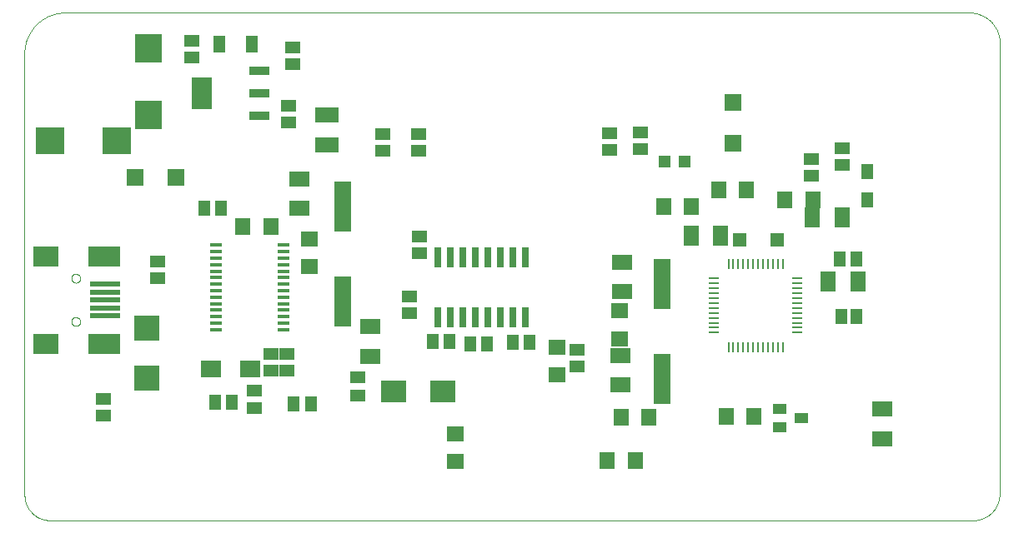
<source format=gtp>
G75*
%MOIN*%
%OFA0B0*%
%FSLAX25Y25*%
%IPPOS*%
%LPD*%
%AMOC8*
5,1,8,0,0,1.08239X$1,22.5*
%
%ADD10C,0.00000*%
%ADD11R,0.03937X0.00787*%
%ADD12R,0.00787X0.03937*%
%ADD13R,0.07874X0.05906*%
%ADD14R,0.07000X0.20000*%
%ADD15R,0.06299X0.07098*%
%ADD16R,0.04724X0.07087*%
%ADD17R,0.07098X0.06299*%
%ADD18R,0.05906X0.07874*%
%ADD19R,0.05512X0.03937*%
%ADD20R,0.05512X0.05512*%
%ADD21R,0.05906X0.05118*%
%ADD22R,0.09843X0.07874*%
%ADD23R,0.12992X0.07874*%
%ADD24R,0.12205X0.01969*%
%ADD25R,0.04724X0.05906*%
%ADD26R,0.11614X0.10630*%
%ADD27R,0.05118X0.05906*%
%ADD28R,0.04724X0.01496*%
%ADD29R,0.07087X0.06299*%
%ADD30R,0.07874X0.06693*%
%ADD31R,0.10630X0.11614*%
%ADD32R,0.02600X0.08000*%
%ADD33R,0.09843X0.10039*%
%ADD34R,0.10236X0.08661*%
%ADD35R,0.07087X0.06693*%
%ADD36R,0.08465X0.03740*%
%ADD37R,0.08465X0.12795*%
%ADD38R,0.09449X0.06299*%
%ADD39R,0.04600X0.06300*%
%ADD40R,0.04724X0.04724*%
%ADD41R,0.06693X0.07087*%
D10*
X0019865Y0014585D02*
X0388843Y0014585D01*
X0388843Y0014584D02*
X0389099Y0014587D01*
X0389355Y0014596D01*
X0389611Y0014612D01*
X0389866Y0014633D01*
X0390121Y0014661D01*
X0390375Y0014695D01*
X0390628Y0014735D01*
X0390880Y0014781D01*
X0391131Y0014834D01*
X0391380Y0014892D01*
X0391628Y0014956D01*
X0391874Y0015027D01*
X0392119Y0015103D01*
X0392362Y0015185D01*
X0392602Y0015273D01*
X0392841Y0015367D01*
X0393077Y0015466D01*
X0393310Y0015571D01*
X0393541Y0015682D01*
X0393770Y0015798D01*
X0393995Y0015920D01*
X0394217Y0016047D01*
X0394437Y0016180D01*
X0394652Y0016318D01*
X0394865Y0016461D01*
X0395074Y0016609D01*
X0395280Y0016762D01*
X0395481Y0016920D01*
X0395679Y0017082D01*
X0395873Y0017250D01*
X0396062Y0017422D01*
X0396248Y0017599D01*
X0396429Y0017780D01*
X0396606Y0017966D01*
X0396778Y0018155D01*
X0396946Y0018349D01*
X0397108Y0018547D01*
X0397266Y0018748D01*
X0397419Y0018954D01*
X0397567Y0019163D01*
X0397710Y0019376D01*
X0397848Y0019591D01*
X0397981Y0019811D01*
X0398108Y0020033D01*
X0398230Y0020258D01*
X0398346Y0020487D01*
X0398457Y0020718D01*
X0398562Y0020951D01*
X0398661Y0021187D01*
X0398755Y0021426D01*
X0398843Y0021666D01*
X0398925Y0021909D01*
X0399001Y0022154D01*
X0399072Y0022400D01*
X0399136Y0022648D01*
X0399194Y0022897D01*
X0399247Y0023148D01*
X0399293Y0023400D01*
X0399333Y0023653D01*
X0399367Y0023907D01*
X0399395Y0024162D01*
X0399416Y0024417D01*
X0399432Y0024673D01*
X0399441Y0024929D01*
X0399444Y0025185D01*
X0399444Y0204511D01*
X0399469Y0204802D01*
X0399487Y0205094D01*
X0399498Y0205386D01*
X0399502Y0205679D01*
X0399499Y0205971D01*
X0399489Y0206263D01*
X0399471Y0206555D01*
X0399447Y0206846D01*
X0399415Y0207137D01*
X0399377Y0207427D01*
X0399332Y0207716D01*
X0399279Y0208004D01*
X0399220Y0208290D01*
X0399154Y0208575D01*
X0399081Y0208858D01*
X0399001Y0209139D01*
X0398914Y0209418D01*
X0398821Y0209695D01*
X0398720Y0209970D01*
X0398614Y0210242D01*
X0398501Y0210512D01*
X0398381Y0210779D01*
X0398255Y0211043D01*
X0398122Y0211303D01*
X0397984Y0211561D01*
X0397839Y0211815D01*
X0397688Y0212065D01*
X0397531Y0212312D01*
X0397368Y0212555D01*
X0397199Y0212793D01*
X0397025Y0213028D01*
X0396844Y0213258D01*
X0396659Y0213484D01*
X0396468Y0213706D01*
X0396272Y0213922D01*
X0396070Y0214134D01*
X0395864Y0214341D01*
X0395652Y0214543D01*
X0395436Y0214740D01*
X0395215Y0214932D01*
X0394989Y0215118D01*
X0394759Y0215298D01*
X0394525Y0215473D01*
X0394287Y0215642D01*
X0394044Y0215806D01*
X0393798Y0215963D01*
X0393548Y0216115D01*
X0393294Y0216261D01*
X0393037Y0216400D01*
X0392777Y0216533D01*
X0392513Y0216660D01*
X0392247Y0216780D01*
X0391977Y0216894D01*
X0391705Y0217001D01*
X0391431Y0217102D01*
X0391154Y0217196D01*
X0390875Y0217283D01*
X0390594Y0217363D01*
X0390311Y0217437D01*
X0390026Y0217504D01*
X0389740Y0217564D01*
X0389452Y0217617D01*
X0389164Y0217663D01*
X0388874Y0217702D01*
X0388583Y0217734D01*
X0024601Y0217734D01*
X0024600Y0217734D02*
X0024207Y0217696D01*
X0023814Y0217648D01*
X0023423Y0217591D01*
X0023034Y0217525D01*
X0022646Y0217449D01*
X0022260Y0217364D01*
X0021876Y0217269D01*
X0021494Y0217165D01*
X0021116Y0217053D01*
X0020740Y0216931D01*
X0020367Y0216799D01*
X0019997Y0216659D01*
X0019631Y0216510D01*
X0019269Y0216353D01*
X0018910Y0216186D01*
X0018556Y0216011D01*
X0018206Y0215827D01*
X0017860Y0215635D01*
X0017520Y0215435D01*
X0017184Y0215227D01*
X0016853Y0215010D01*
X0016528Y0214786D01*
X0016208Y0214553D01*
X0015894Y0214314D01*
X0015586Y0214066D01*
X0015284Y0213811D01*
X0014988Y0213549D01*
X0014698Y0213280D01*
X0014415Y0213004D01*
X0014139Y0212721D01*
X0013870Y0212432D01*
X0013608Y0212136D01*
X0013353Y0211834D01*
X0013105Y0211526D01*
X0012865Y0211212D01*
X0012633Y0210892D01*
X0012408Y0210567D01*
X0012191Y0210237D01*
X0011983Y0209901D01*
X0011782Y0209560D01*
X0011590Y0209215D01*
X0011406Y0208865D01*
X0011231Y0208511D01*
X0011065Y0208152D01*
X0010907Y0207790D01*
X0010757Y0207424D01*
X0010617Y0207054D01*
X0010486Y0206682D01*
X0010364Y0206306D01*
X0010251Y0205927D01*
X0010147Y0205546D01*
X0010052Y0205162D01*
X0009967Y0204776D01*
X0009891Y0204388D01*
X0009824Y0203998D01*
X0009767Y0203607D01*
X0009719Y0203215D01*
X0009681Y0202822D01*
X0009652Y0202427D01*
X0009633Y0202033D01*
X0009623Y0201637D01*
X0009623Y0201242D01*
X0009633Y0200847D01*
X0009652Y0200452D01*
X0009680Y0200058D01*
X0009680Y0024770D01*
X0009683Y0024524D01*
X0009692Y0024278D01*
X0009707Y0024032D01*
X0009728Y0023787D01*
X0009754Y0023542D01*
X0009787Y0023298D01*
X0009825Y0023055D01*
X0009870Y0022813D01*
X0009920Y0022572D01*
X0009976Y0022333D01*
X0010038Y0022094D01*
X0010105Y0021858D01*
X0010178Y0021623D01*
X0010257Y0021390D01*
X0010342Y0021158D01*
X0010432Y0020929D01*
X0010527Y0020702D01*
X0010628Y0020478D01*
X0010735Y0020256D01*
X0010847Y0020037D01*
X0010964Y0019820D01*
X0011086Y0019607D01*
X0011213Y0019396D01*
X0011346Y0019188D01*
X0011483Y0018984D01*
X0011625Y0018783D01*
X0011772Y0018586D01*
X0011924Y0018392D01*
X0012080Y0018202D01*
X0012241Y0018016D01*
X0012407Y0017834D01*
X0012577Y0017656D01*
X0012751Y0017482D01*
X0012929Y0017312D01*
X0013111Y0017146D01*
X0013297Y0016985D01*
X0013487Y0016829D01*
X0013681Y0016677D01*
X0013878Y0016530D01*
X0014079Y0016388D01*
X0014283Y0016251D01*
X0014491Y0016118D01*
X0014702Y0015991D01*
X0014915Y0015869D01*
X0015132Y0015752D01*
X0015351Y0015640D01*
X0015573Y0015533D01*
X0015797Y0015432D01*
X0016024Y0015337D01*
X0016253Y0015247D01*
X0016485Y0015162D01*
X0016718Y0015083D01*
X0016953Y0015010D01*
X0017189Y0014943D01*
X0017428Y0014881D01*
X0017667Y0014825D01*
X0017908Y0014775D01*
X0018150Y0014730D01*
X0018393Y0014692D01*
X0018637Y0014659D01*
X0018882Y0014633D01*
X0019127Y0014612D01*
X0019373Y0014597D01*
X0019619Y0014588D01*
X0019865Y0014585D01*
X0028381Y0094112D02*
X0028383Y0094196D01*
X0028389Y0094279D01*
X0028399Y0094362D01*
X0028413Y0094445D01*
X0028430Y0094527D01*
X0028452Y0094608D01*
X0028477Y0094687D01*
X0028506Y0094766D01*
X0028539Y0094843D01*
X0028575Y0094918D01*
X0028615Y0094992D01*
X0028658Y0095064D01*
X0028705Y0095133D01*
X0028755Y0095200D01*
X0028808Y0095265D01*
X0028864Y0095327D01*
X0028922Y0095387D01*
X0028984Y0095444D01*
X0029048Y0095497D01*
X0029115Y0095548D01*
X0029184Y0095595D01*
X0029255Y0095640D01*
X0029328Y0095680D01*
X0029403Y0095717D01*
X0029480Y0095751D01*
X0029558Y0095781D01*
X0029637Y0095807D01*
X0029718Y0095830D01*
X0029800Y0095848D01*
X0029882Y0095863D01*
X0029965Y0095874D01*
X0030048Y0095881D01*
X0030132Y0095884D01*
X0030216Y0095883D01*
X0030299Y0095878D01*
X0030383Y0095869D01*
X0030465Y0095856D01*
X0030547Y0095840D01*
X0030628Y0095819D01*
X0030709Y0095795D01*
X0030787Y0095767D01*
X0030865Y0095735D01*
X0030941Y0095699D01*
X0031015Y0095660D01*
X0031087Y0095618D01*
X0031157Y0095572D01*
X0031225Y0095523D01*
X0031290Y0095471D01*
X0031353Y0095416D01*
X0031413Y0095358D01*
X0031471Y0095297D01*
X0031525Y0095233D01*
X0031577Y0095167D01*
X0031625Y0095099D01*
X0031670Y0095028D01*
X0031711Y0094955D01*
X0031750Y0094881D01*
X0031784Y0094805D01*
X0031815Y0094727D01*
X0031842Y0094648D01*
X0031866Y0094567D01*
X0031885Y0094486D01*
X0031901Y0094404D01*
X0031913Y0094321D01*
X0031921Y0094237D01*
X0031925Y0094154D01*
X0031925Y0094070D01*
X0031921Y0093987D01*
X0031913Y0093903D01*
X0031901Y0093820D01*
X0031885Y0093738D01*
X0031866Y0093657D01*
X0031842Y0093576D01*
X0031815Y0093497D01*
X0031784Y0093419D01*
X0031750Y0093343D01*
X0031711Y0093269D01*
X0031670Y0093196D01*
X0031625Y0093125D01*
X0031577Y0093057D01*
X0031525Y0092991D01*
X0031471Y0092927D01*
X0031413Y0092866D01*
X0031353Y0092808D01*
X0031290Y0092753D01*
X0031225Y0092701D01*
X0031157Y0092652D01*
X0031087Y0092606D01*
X0031015Y0092564D01*
X0030941Y0092525D01*
X0030865Y0092489D01*
X0030787Y0092457D01*
X0030709Y0092429D01*
X0030628Y0092405D01*
X0030547Y0092384D01*
X0030465Y0092368D01*
X0030383Y0092355D01*
X0030299Y0092346D01*
X0030216Y0092341D01*
X0030132Y0092340D01*
X0030048Y0092343D01*
X0029965Y0092350D01*
X0029882Y0092361D01*
X0029800Y0092376D01*
X0029718Y0092394D01*
X0029637Y0092417D01*
X0029558Y0092443D01*
X0029480Y0092473D01*
X0029403Y0092507D01*
X0029328Y0092544D01*
X0029255Y0092584D01*
X0029184Y0092629D01*
X0029115Y0092676D01*
X0029048Y0092727D01*
X0028984Y0092780D01*
X0028922Y0092837D01*
X0028864Y0092897D01*
X0028808Y0092959D01*
X0028755Y0093024D01*
X0028705Y0093091D01*
X0028658Y0093160D01*
X0028615Y0093232D01*
X0028575Y0093306D01*
X0028539Y0093381D01*
X0028506Y0093458D01*
X0028477Y0093537D01*
X0028452Y0093616D01*
X0028430Y0093697D01*
X0028413Y0093779D01*
X0028399Y0093862D01*
X0028389Y0093945D01*
X0028383Y0094028D01*
X0028381Y0094112D01*
X0028381Y0111435D02*
X0028383Y0111519D01*
X0028389Y0111602D01*
X0028399Y0111685D01*
X0028413Y0111768D01*
X0028430Y0111850D01*
X0028452Y0111931D01*
X0028477Y0112010D01*
X0028506Y0112089D01*
X0028539Y0112166D01*
X0028575Y0112241D01*
X0028615Y0112315D01*
X0028658Y0112387D01*
X0028705Y0112456D01*
X0028755Y0112523D01*
X0028808Y0112588D01*
X0028864Y0112650D01*
X0028922Y0112710D01*
X0028984Y0112767D01*
X0029048Y0112820D01*
X0029115Y0112871D01*
X0029184Y0112918D01*
X0029255Y0112963D01*
X0029328Y0113003D01*
X0029403Y0113040D01*
X0029480Y0113074D01*
X0029558Y0113104D01*
X0029637Y0113130D01*
X0029718Y0113153D01*
X0029800Y0113171D01*
X0029882Y0113186D01*
X0029965Y0113197D01*
X0030048Y0113204D01*
X0030132Y0113207D01*
X0030216Y0113206D01*
X0030299Y0113201D01*
X0030383Y0113192D01*
X0030465Y0113179D01*
X0030547Y0113163D01*
X0030628Y0113142D01*
X0030709Y0113118D01*
X0030787Y0113090D01*
X0030865Y0113058D01*
X0030941Y0113022D01*
X0031015Y0112983D01*
X0031087Y0112941D01*
X0031157Y0112895D01*
X0031225Y0112846D01*
X0031290Y0112794D01*
X0031353Y0112739D01*
X0031413Y0112681D01*
X0031471Y0112620D01*
X0031525Y0112556D01*
X0031577Y0112490D01*
X0031625Y0112422D01*
X0031670Y0112351D01*
X0031711Y0112278D01*
X0031750Y0112204D01*
X0031784Y0112128D01*
X0031815Y0112050D01*
X0031842Y0111971D01*
X0031866Y0111890D01*
X0031885Y0111809D01*
X0031901Y0111727D01*
X0031913Y0111644D01*
X0031921Y0111560D01*
X0031925Y0111477D01*
X0031925Y0111393D01*
X0031921Y0111310D01*
X0031913Y0111226D01*
X0031901Y0111143D01*
X0031885Y0111061D01*
X0031866Y0110980D01*
X0031842Y0110899D01*
X0031815Y0110820D01*
X0031784Y0110742D01*
X0031750Y0110666D01*
X0031711Y0110592D01*
X0031670Y0110519D01*
X0031625Y0110448D01*
X0031577Y0110380D01*
X0031525Y0110314D01*
X0031471Y0110250D01*
X0031413Y0110189D01*
X0031353Y0110131D01*
X0031290Y0110076D01*
X0031225Y0110024D01*
X0031157Y0109975D01*
X0031087Y0109929D01*
X0031015Y0109887D01*
X0030941Y0109848D01*
X0030865Y0109812D01*
X0030787Y0109780D01*
X0030709Y0109752D01*
X0030628Y0109728D01*
X0030547Y0109707D01*
X0030465Y0109691D01*
X0030383Y0109678D01*
X0030299Y0109669D01*
X0030216Y0109664D01*
X0030132Y0109663D01*
X0030048Y0109666D01*
X0029965Y0109673D01*
X0029882Y0109684D01*
X0029800Y0109699D01*
X0029718Y0109717D01*
X0029637Y0109740D01*
X0029558Y0109766D01*
X0029480Y0109796D01*
X0029403Y0109830D01*
X0029328Y0109867D01*
X0029255Y0109907D01*
X0029184Y0109952D01*
X0029115Y0109999D01*
X0029048Y0110050D01*
X0028984Y0110103D01*
X0028922Y0110160D01*
X0028864Y0110220D01*
X0028808Y0110282D01*
X0028755Y0110347D01*
X0028705Y0110414D01*
X0028658Y0110483D01*
X0028615Y0110555D01*
X0028575Y0110629D01*
X0028539Y0110704D01*
X0028506Y0110781D01*
X0028477Y0110860D01*
X0028452Y0110939D01*
X0028430Y0111020D01*
X0028413Y0111102D01*
X0028399Y0111185D01*
X0028389Y0111268D01*
X0028383Y0111351D01*
X0028381Y0111435D01*
D11*
X0285153Y0111356D03*
X0285153Y0109388D03*
X0285153Y0107419D03*
X0285153Y0105451D03*
X0285153Y0103482D03*
X0285153Y0101514D03*
X0285153Y0099545D03*
X0285153Y0097577D03*
X0285153Y0095608D03*
X0285153Y0093640D03*
X0285153Y0091671D03*
X0285153Y0089703D03*
X0318617Y0089703D03*
X0318617Y0091671D03*
X0318617Y0093640D03*
X0318617Y0095608D03*
X0318617Y0097577D03*
X0318617Y0099545D03*
X0318617Y0101514D03*
X0318617Y0103482D03*
X0318617Y0105451D03*
X0318617Y0107419D03*
X0318617Y0109388D03*
X0318617Y0111356D03*
D12*
X0312712Y0117262D03*
X0310743Y0117262D03*
X0308775Y0117262D03*
X0306806Y0117262D03*
X0304838Y0117262D03*
X0302869Y0117262D03*
X0300901Y0117262D03*
X0298932Y0117262D03*
X0296964Y0117262D03*
X0294995Y0117262D03*
X0293027Y0117262D03*
X0291058Y0117262D03*
X0291058Y0083797D03*
X0293027Y0083797D03*
X0294995Y0083797D03*
X0296964Y0083797D03*
X0298932Y0083797D03*
X0300901Y0083797D03*
X0302869Y0083797D03*
X0304838Y0083797D03*
X0306806Y0083797D03*
X0308775Y0083797D03*
X0310743Y0083797D03*
X0312712Y0083797D03*
D13*
X0352594Y0059073D03*
X0352594Y0047262D03*
X0248578Y0106159D03*
X0248578Y0117970D03*
X0247869Y0080490D03*
X0247869Y0068679D03*
X0147869Y0080333D03*
X0147869Y0092144D03*
X0119523Y0139388D03*
X0119523Y0151199D03*
D14*
X0136846Y0140278D03*
X0136846Y0102278D03*
X0264483Y0109175D03*
X0264483Y0071175D03*
D15*
X0259373Y0055923D03*
X0248176Y0055923D03*
X0242665Y0038600D03*
X0253861Y0038600D03*
X0290106Y0056081D03*
X0301302Y0056081D03*
X0276302Y0140175D03*
X0265106Y0140175D03*
X0287153Y0146868D03*
X0298350Y0146868D03*
X0313531Y0142931D03*
X0324728Y0142931D03*
X0108192Y0132301D03*
X0096995Y0132301D03*
D16*
X0100428Y0205136D03*
X0087436Y0205136D03*
D17*
X0247476Y0098530D03*
X0247476Y0087333D03*
X0181728Y0049317D03*
X0181728Y0038120D03*
D18*
X0276216Y0128364D03*
X0288027Y0128364D03*
X0324641Y0135844D03*
X0336452Y0135844D03*
X0330940Y0110254D03*
X0342751Y0110254D03*
D19*
X0311649Y0059270D03*
X0311649Y0051789D03*
X0320310Y0055530D03*
D20*
X0310468Y0126789D03*
X0295507Y0126789D03*
D21*
X0324247Y0152577D03*
X0324247Y0159270D03*
X0336452Y0156907D03*
X0336452Y0163600D03*
X0255743Y0163207D03*
X0255743Y0169900D03*
X0243539Y0169506D03*
X0243539Y0162813D03*
X0167161Y0162419D03*
X0167161Y0169112D03*
X0152987Y0169112D03*
X0152987Y0162419D03*
X0115192Y0173837D03*
X0115192Y0180530D03*
X0116767Y0197065D03*
X0116767Y0203758D03*
X0076609Y0206514D03*
X0076609Y0199821D03*
X0167554Y0128167D03*
X0167554Y0121474D03*
X0163617Y0104152D03*
X0163617Y0097459D03*
X0142751Y0071868D03*
X0142751Y0064388D03*
X0114405Y0074624D03*
X0108106Y0074624D03*
X0108106Y0081317D03*
X0114405Y0081317D03*
X0101413Y0066356D03*
X0101413Y0059663D03*
X0041176Y0056514D03*
X0041176Y0063207D03*
X0062830Y0111632D03*
X0062830Y0118325D03*
X0230546Y0082892D03*
X0230546Y0076199D03*
D22*
X0018342Y0085254D03*
X0018342Y0120293D03*
D23*
X0041570Y0120293D03*
X0041570Y0085254D03*
D24*
X0041964Y0096474D03*
X0041964Y0099624D03*
X0041964Y0102774D03*
X0041964Y0105923D03*
X0041964Y0109073D03*
D25*
X0346688Y0142734D03*
X0346688Y0154152D03*
D26*
X0046590Y0166553D03*
X0020015Y0166553D03*
D27*
X0081531Y0139388D03*
X0088224Y0139388D03*
X0172869Y0086238D03*
X0179562Y0086238D03*
X0187830Y0085057D03*
X0194523Y0085057D03*
X0204759Y0085844D03*
X0211452Y0085844D03*
X0124050Y0061041D03*
X0117357Y0061041D03*
X0092554Y0061829D03*
X0085861Y0061829D03*
X0335468Y0119309D03*
X0342161Y0119309D03*
D28*
X0113338Y0119473D03*
X0113338Y0122073D03*
X0113338Y0124673D03*
X0113338Y0116873D03*
X0113338Y0114273D03*
X0113338Y0111673D03*
X0113361Y0109073D03*
X0113338Y0106473D03*
X0113338Y0103873D03*
X0113338Y0101273D03*
X0113338Y0098673D03*
X0113338Y0096073D03*
X0113338Y0093473D03*
X0113338Y0090873D03*
X0086338Y0090873D03*
X0086338Y0093473D03*
X0086338Y0096073D03*
X0086338Y0098673D03*
X0086338Y0101273D03*
X0086338Y0103873D03*
X0086338Y0106473D03*
X0086314Y0109073D03*
X0086338Y0111673D03*
X0086338Y0114273D03*
X0086338Y0116873D03*
X0086338Y0119473D03*
X0086338Y0122073D03*
X0086338Y0124673D03*
D29*
X0123460Y0127183D03*
X0123460Y0116159D03*
X0222672Y0083876D03*
X0222672Y0072852D03*
D30*
X0099838Y0075215D03*
X0084090Y0075215D03*
D31*
X0059287Y0176888D03*
X0059287Y0203463D03*
D32*
X0174857Y0119992D03*
X0179857Y0119992D03*
X0184857Y0119992D03*
X0189857Y0119992D03*
X0194857Y0119992D03*
X0199857Y0119992D03*
X0204857Y0119992D03*
X0209857Y0119992D03*
X0209857Y0095792D03*
X0204857Y0095792D03*
X0199857Y0095792D03*
X0194857Y0095792D03*
X0189857Y0095792D03*
X0184857Y0095792D03*
X0179857Y0095792D03*
X0174857Y0095792D03*
D33*
X0058499Y0091455D03*
X0058499Y0071573D03*
D34*
X0157318Y0066159D03*
X0177003Y0066159D03*
D35*
X0070113Y0151986D03*
X0053972Y0151986D03*
D36*
X0103381Y0176396D03*
X0103381Y0185451D03*
X0103381Y0194506D03*
D37*
X0080546Y0185451D03*
D38*
X0130546Y0176789D03*
X0130546Y0164978D03*
D39*
X0336208Y0096081D03*
X0342208Y0096081D03*
D40*
X0273657Y0158285D03*
X0265389Y0158285D03*
D41*
X0292751Y0165569D03*
X0292751Y0181711D03*
M02*

</source>
